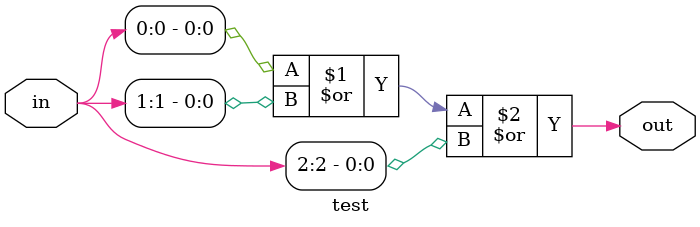
<source format=v>
module test(input [2:0] in, output out);
assign out = in[0] | in[1] | in[2];
endmodule

</source>
